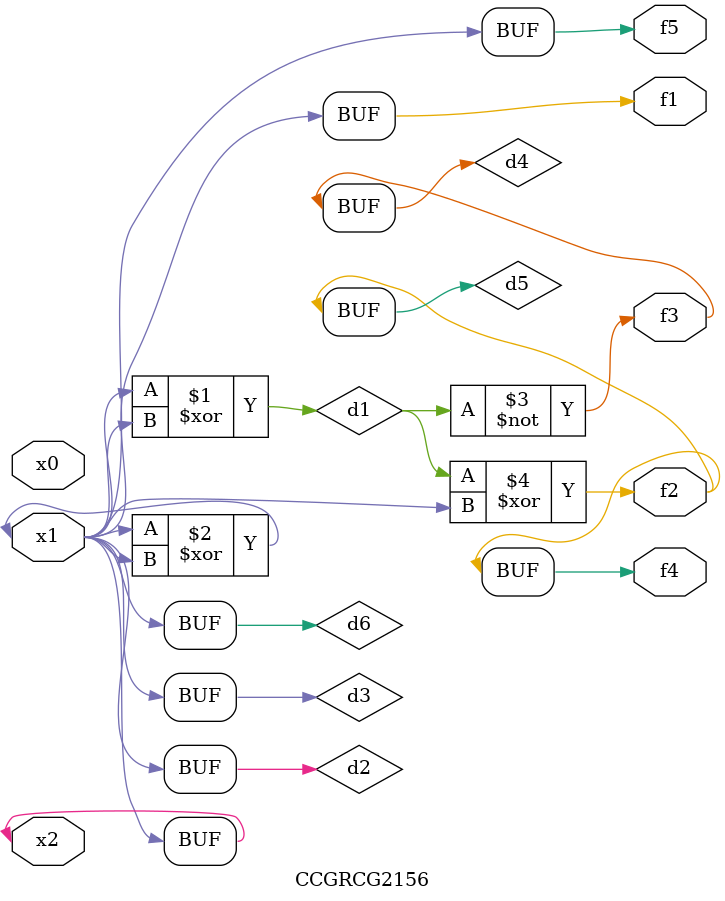
<source format=v>
module CCGRCG2156(
	input x0, x1, x2,
	output f1, f2, f3, f4, f5
);

	wire d1, d2, d3, d4, d5, d6;

	xor (d1, x1, x2);
	buf (d2, x1, x2);
	xor (d3, x1, x2);
	nor (d4, d1);
	xor (d5, d1, d2);
	buf (d6, d2, d3);
	assign f1 = d6;
	assign f2 = d5;
	assign f3 = d4;
	assign f4 = d5;
	assign f5 = d6;
endmodule

</source>
